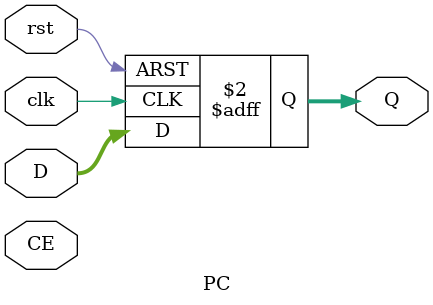
<source format=v>
`timescale 1ns / 1ps


module PC(
    input clk,
    input rst,
    input CE,
    input[31:0] D,
    output reg[31:0] Q
);
    always @(posedge clk or posedge rst)begin
        if(rst) Q <= 32'b0;
        else Q <= D;
    end
endmodule


</source>
